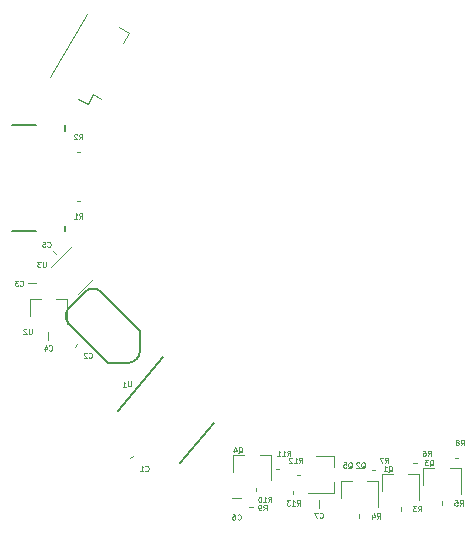
<source format=gbo>
G04 #@! TF.GenerationSoftware,KiCad,Pcbnew,5.1.5+dfsg1-2build2*
G04 #@! TF.CreationDate,2020-10-18T16:37:04+02:00*
G04 #@! TF.ProjectId,lensmount-v1.1,6c656e73-6d6f-4756-9e74-2d76312e312e,rev?*
G04 #@! TF.SameCoordinates,Original*
G04 #@! TF.FileFunction,Legend,Bot*
G04 #@! TF.FilePolarity,Positive*
%FSLAX46Y46*%
G04 Gerber Fmt 4.6, Leading zero omitted, Abs format (unit mm)*
G04 Created by KiCad (PCBNEW 5.1.5+dfsg1-2build2) date 2020-10-18 16:37:04*
%MOMM*%
%LPD*%
G04 APERTURE LIST*
%ADD10C,0.150000*%
%ADD11C,0.120000*%
%ADD12C,0.127000*%
%ADD13C,0.100000*%
G04 APERTURE END LIST*
D10*
X84367600Y-114709716D02*
X80526944Y-119286832D01*
X88673056Y-120313168D02*
X85812651Y-123722066D01*
D11*
X74795571Y-91042669D02*
X77910571Y-85647331D01*
X81490391Y-87286901D02*
X81015391Y-88109626D01*
X80667667Y-86811901D02*
X81490391Y-87286901D01*
X78480391Y-92500374D02*
X79077948Y-92845374D01*
X78005391Y-93323099D02*
X78480391Y-92500374D01*
X77182667Y-92848099D02*
X78005391Y-93323099D01*
X95400000Y-126350000D02*
X95400000Y-126050000D01*
X96000000Y-124750000D02*
X95700000Y-124750000D01*
X93900000Y-124250000D02*
X94200000Y-124250000D01*
X92250000Y-125800000D02*
X92250000Y-126100000D01*
X98810000Y-123120000D02*
X97350000Y-123120000D01*
X98810000Y-126280000D02*
X96650000Y-126280000D01*
X98810000Y-126280000D02*
X98810000Y-125350000D01*
X98810000Y-123120000D02*
X98810000Y-124050000D01*
X90320000Y-122990000D02*
X90320000Y-124450000D01*
X93480000Y-122990000D02*
X93480000Y-125150000D01*
X93480000Y-122990000D02*
X92550000Y-122990000D01*
X90320000Y-122990000D02*
X91250000Y-122990000D01*
X74925162Y-107097954D02*
X76657574Y-105365543D01*
X78474838Y-108102046D02*
X77202046Y-109374838D01*
X73066447Y-109810711D02*
X73066447Y-111270711D01*
X76226447Y-109810711D02*
X76226447Y-111970711D01*
X76226447Y-109810711D02*
X75296447Y-109810711D01*
X73066447Y-109810711D02*
X73996447Y-109810711D01*
X91950000Y-127450000D02*
X91650000Y-127450000D01*
X109050000Y-123300000D02*
X109350000Y-123300000D01*
X102050000Y-124300000D02*
X102350000Y-124300000D01*
X105550000Y-123700000D02*
X105850000Y-123700000D01*
X108000000Y-127250000D02*
X108000000Y-126950000D01*
X101000000Y-128350000D02*
X101000000Y-128050000D01*
X104500000Y-127750000D02*
X104500000Y-127450000D01*
X77350000Y-97400000D02*
X77050000Y-97400000D01*
X77050000Y-101500000D02*
X77350000Y-101500000D01*
X106420000Y-124140000D02*
X106420000Y-125600000D01*
X109580000Y-124140000D02*
X109580000Y-126300000D01*
X109580000Y-124140000D02*
X108650000Y-124140000D01*
X106420000Y-124140000D02*
X107350000Y-124140000D01*
X99420000Y-125240000D02*
X99420000Y-126700000D01*
X102580000Y-125240000D02*
X102580000Y-127400000D01*
X102580000Y-125240000D02*
X101650000Y-125240000D01*
X99420000Y-125240000D02*
X100350000Y-125240000D01*
X102920000Y-124640000D02*
X102920000Y-126100000D01*
X106080000Y-124640000D02*
X106080000Y-126800000D01*
X106080000Y-124640000D02*
X105150000Y-124640000D01*
X102920000Y-124640000D02*
X103850000Y-124640000D01*
D12*
X77759048Y-109212009D02*
G75*
G02X79106086Y-109212009I673519J-673519D01*
G01*
X76412008Y-111906086D02*
G75*
G02X76412009Y-110559047I673520J673519D01*
G01*
X77759047Y-109212009D02*
X76412009Y-110559047D01*
X82419800Y-114196051D02*
G75*
G02X81396051Y-115219800I-1023749J0D01*
G01*
X82419800Y-114196051D02*
X82419800Y-112525724D01*
X81396051Y-115219800D02*
X79725724Y-115219800D01*
X79106086Y-109212009D02*
X82419800Y-112525724D01*
X76412009Y-111906086D02*
X79725724Y-115219800D01*
D11*
X97550000Y-127500000D02*
X97550000Y-126800000D01*
X90950000Y-126650000D02*
X90250000Y-126650000D01*
X75093934Y-105793934D02*
X75306066Y-106006066D01*
X74646447Y-112624874D02*
X74646447Y-113324874D01*
X73650000Y-108500000D02*
X72950000Y-108500000D01*
X76893934Y-113856066D02*
X77106066Y-113643934D01*
X81806066Y-123093934D02*
X81593934Y-123306066D01*
D10*
X76100000Y-95600000D02*
X76100000Y-95100000D01*
X76100000Y-104100000D02*
X76100000Y-103600000D01*
X73600000Y-104100000D02*
X71600000Y-104100000D01*
X71600000Y-95100000D02*
X73600000Y-95100000D01*
D13*
X81620074Y-116760640D02*
X81651824Y-117123539D01*
X81634212Y-117168101D01*
X81614733Y-117191316D01*
X81573906Y-117216398D01*
X81488518Y-117223868D01*
X81443956Y-117206257D01*
X81420742Y-117186777D01*
X81395660Y-117145951D01*
X81363910Y-116783051D01*
X80954842Y-117270559D02*
X81211007Y-117248147D01*
X81082925Y-117259353D02*
X81043705Y-116811066D01*
X81092001Y-116871371D01*
X81138431Y-116910330D01*
X81182992Y-116927942D01*
X95689285Y-127303571D02*
X95839285Y-127089285D01*
X95946428Y-127303571D02*
X95946428Y-126853571D01*
X95775000Y-126853571D01*
X95732142Y-126875000D01*
X95710714Y-126896428D01*
X95689285Y-126939285D01*
X95689285Y-127003571D01*
X95710714Y-127046428D01*
X95732142Y-127067857D01*
X95775000Y-127089285D01*
X95946428Y-127089285D01*
X95260714Y-127303571D02*
X95517857Y-127303571D01*
X95389285Y-127303571D02*
X95389285Y-126853571D01*
X95432142Y-126917857D01*
X95475000Y-126960714D01*
X95517857Y-126982142D01*
X95110714Y-126853571D02*
X94832142Y-126853571D01*
X94982142Y-127025000D01*
X94917857Y-127025000D01*
X94875000Y-127046428D01*
X94853571Y-127067857D01*
X94832142Y-127110714D01*
X94832142Y-127217857D01*
X94853571Y-127260714D01*
X94875000Y-127282142D01*
X94917857Y-127303571D01*
X95046428Y-127303571D01*
X95089285Y-127282142D01*
X95110714Y-127260714D01*
X95889285Y-123703571D02*
X96039285Y-123489285D01*
X96146428Y-123703571D02*
X96146428Y-123253571D01*
X95975000Y-123253571D01*
X95932142Y-123275000D01*
X95910714Y-123296428D01*
X95889285Y-123339285D01*
X95889285Y-123403571D01*
X95910714Y-123446428D01*
X95932142Y-123467857D01*
X95975000Y-123489285D01*
X96146428Y-123489285D01*
X95460714Y-123703571D02*
X95717857Y-123703571D01*
X95589285Y-123703571D02*
X95589285Y-123253571D01*
X95632142Y-123317857D01*
X95675000Y-123360714D01*
X95717857Y-123382142D01*
X95289285Y-123296428D02*
X95267857Y-123275000D01*
X95225000Y-123253571D01*
X95117857Y-123253571D01*
X95075000Y-123275000D01*
X95053571Y-123296428D01*
X95032142Y-123339285D01*
X95032142Y-123382142D01*
X95053571Y-123446428D01*
X95310714Y-123703571D01*
X95032142Y-123703571D01*
X94889285Y-123103571D02*
X95039285Y-122889285D01*
X95146428Y-123103571D02*
X95146428Y-122653571D01*
X94975000Y-122653571D01*
X94932142Y-122675000D01*
X94910714Y-122696428D01*
X94889285Y-122739285D01*
X94889285Y-122803571D01*
X94910714Y-122846428D01*
X94932142Y-122867857D01*
X94975000Y-122889285D01*
X95146428Y-122889285D01*
X94460714Y-123103571D02*
X94717857Y-123103571D01*
X94589285Y-123103571D02*
X94589285Y-122653571D01*
X94632142Y-122717857D01*
X94675000Y-122760714D01*
X94717857Y-122782142D01*
X94032142Y-123103571D02*
X94289285Y-123103571D01*
X94160714Y-123103571D02*
X94160714Y-122653571D01*
X94203571Y-122717857D01*
X94246428Y-122760714D01*
X94289285Y-122782142D01*
X93289285Y-127003571D02*
X93439285Y-126789285D01*
X93546428Y-127003571D02*
X93546428Y-126553571D01*
X93375000Y-126553571D01*
X93332142Y-126575000D01*
X93310714Y-126596428D01*
X93289285Y-126639285D01*
X93289285Y-126703571D01*
X93310714Y-126746428D01*
X93332142Y-126767857D01*
X93375000Y-126789285D01*
X93546428Y-126789285D01*
X92860714Y-127003571D02*
X93117857Y-127003571D01*
X92989285Y-127003571D02*
X92989285Y-126553571D01*
X93032142Y-126617857D01*
X93075000Y-126660714D01*
X93117857Y-126682142D01*
X92582142Y-126553571D02*
X92539285Y-126553571D01*
X92496428Y-126575000D01*
X92475000Y-126596428D01*
X92453571Y-126639285D01*
X92432142Y-126725000D01*
X92432142Y-126832142D01*
X92453571Y-126917857D01*
X92475000Y-126960714D01*
X92496428Y-126982142D01*
X92539285Y-127003571D01*
X92582142Y-127003571D01*
X92625000Y-126982142D01*
X92646428Y-126960714D01*
X92667857Y-126917857D01*
X92689285Y-126832142D01*
X92689285Y-126725000D01*
X92667857Y-126639285D01*
X92646428Y-126596428D01*
X92625000Y-126575000D01*
X92582142Y-126553571D01*
X100042857Y-124146428D02*
X100085714Y-124125000D01*
X100128571Y-124082142D01*
X100192857Y-124017857D01*
X100235714Y-123996428D01*
X100278571Y-123996428D01*
X100257142Y-124103571D02*
X100300000Y-124082142D01*
X100342857Y-124039285D01*
X100364285Y-123953571D01*
X100364285Y-123803571D01*
X100342857Y-123717857D01*
X100300000Y-123675000D01*
X100257142Y-123653571D01*
X100171428Y-123653571D01*
X100128571Y-123675000D01*
X100085714Y-123717857D01*
X100064285Y-123803571D01*
X100064285Y-123953571D01*
X100085714Y-124039285D01*
X100128571Y-124082142D01*
X100171428Y-124103571D01*
X100257142Y-124103571D01*
X99657142Y-123653571D02*
X99871428Y-123653571D01*
X99892857Y-123867857D01*
X99871428Y-123846428D01*
X99828571Y-123825000D01*
X99721428Y-123825000D01*
X99678571Y-123846428D01*
X99657142Y-123867857D01*
X99635714Y-123910714D01*
X99635714Y-124017857D01*
X99657142Y-124060714D01*
X99678571Y-124082142D01*
X99721428Y-124103571D01*
X99828571Y-124103571D01*
X99871428Y-124082142D01*
X99892857Y-124060714D01*
X90742857Y-122846428D02*
X90785714Y-122825000D01*
X90828571Y-122782142D01*
X90892857Y-122717857D01*
X90935714Y-122696428D01*
X90978571Y-122696428D01*
X90957142Y-122803571D02*
X91000000Y-122782142D01*
X91042857Y-122739285D01*
X91064285Y-122653571D01*
X91064285Y-122503571D01*
X91042857Y-122417857D01*
X91000000Y-122375000D01*
X90957142Y-122353571D01*
X90871428Y-122353571D01*
X90828571Y-122375000D01*
X90785714Y-122417857D01*
X90764285Y-122503571D01*
X90764285Y-122653571D01*
X90785714Y-122739285D01*
X90828571Y-122782142D01*
X90871428Y-122803571D01*
X90957142Y-122803571D01*
X90378571Y-122503571D02*
X90378571Y-122803571D01*
X90485714Y-122332142D02*
X90592857Y-122653571D01*
X90314285Y-122653571D01*
X74442857Y-106653571D02*
X74442857Y-107017857D01*
X74421428Y-107060714D01*
X74400000Y-107082142D01*
X74357142Y-107103571D01*
X74271428Y-107103571D01*
X74228571Y-107082142D01*
X74207142Y-107060714D01*
X74185714Y-107017857D01*
X74185714Y-106653571D01*
X74014285Y-106653571D02*
X73735714Y-106653571D01*
X73885714Y-106825000D01*
X73821428Y-106825000D01*
X73778571Y-106846428D01*
X73757142Y-106867857D01*
X73735714Y-106910714D01*
X73735714Y-107017857D01*
X73757142Y-107060714D01*
X73778571Y-107082142D01*
X73821428Y-107103571D01*
X73950000Y-107103571D01*
X73992857Y-107082142D01*
X74014285Y-107060714D01*
X73242857Y-112353571D02*
X73242857Y-112717857D01*
X73221428Y-112760714D01*
X73200000Y-112782142D01*
X73157142Y-112803571D01*
X73071428Y-112803571D01*
X73028571Y-112782142D01*
X73007142Y-112760714D01*
X72985714Y-112717857D01*
X72985714Y-112353571D01*
X72792857Y-112396428D02*
X72771428Y-112375000D01*
X72728571Y-112353571D01*
X72621428Y-112353571D01*
X72578571Y-112375000D01*
X72557142Y-112396428D01*
X72535714Y-112439285D01*
X72535714Y-112482142D01*
X72557142Y-112546428D01*
X72814285Y-112803571D01*
X72535714Y-112803571D01*
X92875000Y-127703571D02*
X93025000Y-127489285D01*
X93132142Y-127703571D02*
X93132142Y-127253571D01*
X92960714Y-127253571D01*
X92917857Y-127275000D01*
X92896428Y-127296428D01*
X92875000Y-127339285D01*
X92875000Y-127403571D01*
X92896428Y-127446428D01*
X92917857Y-127467857D01*
X92960714Y-127489285D01*
X93132142Y-127489285D01*
X92660714Y-127703571D02*
X92575000Y-127703571D01*
X92532142Y-127682142D01*
X92510714Y-127660714D01*
X92467857Y-127596428D01*
X92446428Y-127510714D01*
X92446428Y-127339285D01*
X92467857Y-127296428D01*
X92489285Y-127275000D01*
X92532142Y-127253571D01*
X92617857Y-127253571D01*
X92660714Y-127275000D01*
X92682142Y-127296428D01*
X92703571Y-127339285D01*
X92703571Y-127446428D01*
X92682142Y-127489285D01*
X92660714Y-127510714D01*
X92617857Y-127532142D01*
X92532142Y-127532142D01*
X92489285Y-127510714D01*
X92467857Y-127489285D01*
X92446428Y-127446428D01*
X109575000Y-122203571D02*
X109725000Y-121989285D01*
X109832142Y-122203571D02*
X109832142Y-121753571D01*
X109660714Y-121753571D01*
X109617857Y-121775000D01*
X109596428Y-121796428D01*
X109575000Y-121839285D01*
X109575000Y-121903571D01*
X109596428Y-121946428D01*
X109617857Y-121967857D01*
X109660714Y-121989285D01*
X109832142Y-121989285D01*
X109317857Y-121946428D02*
X109360714Y-121925000D01*
X109382142Y-121903571D01*
X109403571Y-121860714D01*
X109403571Y-121839285D01*
X109382142Y-121796428D01*
X109360714Y-121775000D01*
X109317857Y-121753571D01*
X109232142Y-121753571D01*
X109189285Y-121775000D01*
X109167857Y-121796428D01*
X109146428Y-121839285D01*
X109146428Y-121860714D01*
X109167857Y-121903571D01*
X109189285Y-121925000D01*
X109232142Y-121946428D01*
X109317857Y-121946428D01*
X109360714Y-121967857D01*
X109382142Y-121989285D01*
X109403571Y-122032142D01*
X109403571Y-122117857D01*
X109382142Y-122160714D01*
X109360714Y-122182142D01*
X109317857Y-122203571D01*
X109232142Y-122203571D01*
X109189285Y-122182142D01*
X109167857Y-122160714D01*
X109146428Y-122117857D01*
X109146428Y-122032142D01*
X109167857Y-121989285D01*
X109189285Y-121967857D01*
X109232142Y-121946428D01*
X103175000Y-123703571D02*
X103325000Y-123489285D01*
X103432142Y-123703571D02*
X103432142Y-123253571D01*
X103260714Y-123253571D01*
X103217857Y-123275000D01*
X103196428Y-123296428D01*
X103175000Y-123339285D01*
X103175000Y-123403571D01*
X103196428Y-123446428D01*
X103217857Y-123467857D01*
X103260714Y-123489285D01*
X103432142Y-123489285D01*
X103025000Y-123253571D02*
X102725000Y-123253571D01*
X102917857Y-123703571D01*
X106775000Y-123103571D02*
X106925000Y-122889285D01*
X107032142Y-123103571D02*
X107032142Y-122653571D01*
X106860714Y-122653571D01*
X106817857Y-122675000D01*
X106796428Y-122696428D01*
X106775000Y-122739285D01*
X106775000Y-122803571D01*
X106796428Y-122846428D01*
X106817857Y-122867857D01*
X106860714Y-122889285D01*
X107032142Y-122889285D01*
X106389285Y-122653571D02*
X106475000Y-122653571D01*
X106517857Y-122675000D01*
X106539285Y-122696428D01*
X106582142Y-122760714D01*
X106603571Y-122846428D01*
X106603571Y-123017857D01*
X106582142Y-123060714D01*
X106560714Y-123082142D01*
X106517857Y-123103571D01*
X106432142Y-123103571D01*
X106389285Y-123082142D01*
X106367857Y-123060714D01*
X106346428Y-123017857D01*
X106346428Y-122910714D01*
X106367857Y-122867857D01*
X106389285Y-122846428D01*
X106432142Y-122825000D01*
X106517857Y-122825000D01*
X106560714Y-122846428D01*
X106582142Y-122867857D01*
X106603571Y-122910714D01*
X109475000Y-127303571D02*
X109625000Y-127089285D01*
X109732142Y-127303571D02*
X109732142Y-126853571D01*
X109560714Y-126853571D01*
X109517857Y-126875000D01*
X109496428Y-126896428D01*
X109475000Y-126939285D01*
X109475000Y-127003571D01*
X109496428Y-127046428D01*
X109517857Y-127067857D01*
X109560714Y-127089285D01*
X109732142Y-127089285D01*
X109067857Y-126853571D02*
X109282142Y-126853571D01*
X109303571Y-127067857D01*
X109282142Y-127046428D01*
X109239285Y-127025000D01*
X109132142Y-127025000D01*
X109089285Y-127046428D01*
X109067857Y-127067857D01*
X109046428Y-127110714D01*
X109046428Y-127217857D01*
X109067857Y-127260714D01*
X109089285Y-127282142D01*
X109132142Y-127303571D01*
X109239285Y-127303571D01*
X109282142Y-127282142D01*
X109303571Y-127260714D01*
X102475000Y-128403571D02*
X102625000Y-128189285D01*
X102732142Y-128403571D02*
X102732142Y-127953571D01*
X102560714Y-127953571D01*
X102517857Y-127975000D01*
X102496428Y-127996428D01*
X102475000Y-128039285D01*
X102475000Y-128103571D01*
X102496428Y-128146428D01*
X102517857Y-128167857D01*
X102560714Y-128189285D01*
X102732142Y-128189285D01*
X102089285Y-128103571D02*
X102089285Y-128403571D01*
X102196428Y-127932142D02*
X102303571Y-128253571D01*
X102025000Y-128253571D01*
X105975000Y-127803571D02*
X106125000Y-127589285D01*
X106232142Y-127803571D02*
X106232142Y-127353571D01*
X106060714Y-127353571D01*
X106017857Y-127375000D01*
X105996428Y-127396428D01*
X105975000Y-127439285D01*
X105975000Y-127503571D01*
X105996428Y-127546428D01*
X106017857Y-127567857D01*
X106060714Y-127589285D01*
X106232142Y-127589285D01*
X105825000Y-127353571D02*
X105546428Y-127353571D01*
X105696428Y-127525000D01*
X105632142Y-127525000D01*
X105589285Y-127546428D01*
X105567857Y-127567857D01*
X105546428Y-127610714D01*
X105546428Y-127717857D01*
X105567857Y-127760714D01*
X105589285Y-127782142D01*
X105632142Y-127803571D01*
X105760714Y-127803571D01*
X105803571Y-127782142D01*
X105825000Y-127760714D01*
X77275000Y-96303571D02*
X77425000Y-96089285D01*
X77532142Y-96303571D02*
X77532142Y-95853571D01*
X77360714Y-95853571D01*
X77317857Y-95875000D01*
X77296428Y-95896428D01*
X77275000Y-95939285D01*
X77275000Y-96003571D01*
X77296428Y-96046428D01*
X77317857Y-96067857D01*
X77360714Y-96089285D01*
X77532142Y-96089285D01*
X77103571Y-95896428D02*
X77082142Y-95875000D01*
X77039285Y-95853571D01*
X76932142Y-95853571D01*
X76889285Y-95875000D01*
X76867857Y-95896428D01*
X76846428Y-95939285D01*
X76846428Y-95982142D01*
X76867857Y-96046428D01*
X77125000Y-96303571D01*
X76846428Y-96303571D01*
X77275000Y-103003571D02*
X77425000Y-102789285D01*
X77532142Y-103003571D02*
X77532142Y-102553571D01*
X77360714Y-102553571D01*
X77317857Y-102575000D01*
X77296428Y-102596428D01*
X77275000Y-102639285D01*
X77275000Y-102703571D01*
X77296428Y-102746428D01*
X77317857Y-102767857D01*
X77360714Y-102789285D01*
X77532142Y-102789285D01*
X76846428Y-103003571D02*
X77103571Y-103003571D01*
X76975000Y-103003571D02*
X76975000Y-102553571D01*
X77017857Y-102617857D01*
X77060714Y-102660714D01*
X77103571Y-102682142D01*
X106942857Y-123946428D02*
X106985714Y-123925000D01*
X107028571Y-123882142D01*
X107092857Y-123817857D01*
X107135714Y-123796428D01*
X107178571Y-123796428D01*
X107157142Y-123903571D02*
X107200000Y-123882142D01*
X107242857Y-123839285D01*
X107264285Y-123753571D01*
X107264285Y-123603571D01*
X107242857Y-123517857D01*
X107200000Y-123475000D01*
X107157142Y-123453571D01*
X107071428Y-123453571D01*
X107028571Y-123475000D01*
X106985714Y-123517857D01*
X106964285Y-123603571D01*
X106964285Y-123753571D01*
X106985714Y-123839285D01*
X107028571Y-123882142D01*
X107071428Y-123903571D01*
X107157142Y-123903571D01*
X106814285Y-123453571D02*
X106535714Y-123453571D01*
X106685714Y-123625000D01*
X106621428Y-123625000D01*
X106578571Y-123646428D01*
X106557142Y-123667857D01*
X106535714Y-123710714D01*
X106535714Y-123817857D01*
X106557142Y-123860714D01*
X106578571Y-123882142D01*
X106621428Y-123903571D01*
X106750000Y-123903571D01*
X106792857Y-123882142D01*
X106814285Y-123860714D01*
X101142857Y-124146428D02*
X101185714Y-124125000D01*
X101228571Y-124082142D01*
X101292857Y-124017857D01*
X101335714Y-123996428D01*
X101378571Y-123996428D01*
X101357142Y-124103571D02*
X101400000Y-124082142D01*
X101442857Y-124039285D01*
X101464285Y-123953571D01*
X101464285Y-123803571D01*
X101442857Y-123717857D01*
X101400000Y-123675000D01*
X101357142Y-123653571D01*
X101271428Y-123653571D01*
X101228571Y-123675000D01*
X101185714Y-123717857D01*
X101164285Y-123803571D01*
X101164285Y-123953571D01*
X101185714Y-124039285D01*
X101228571Y-124082142D01*
X101271428Y-124103571D01*
X101357142Y-124103571D01*
X100992857Y-123696428D02*
X100971428Y-123675000D01*
X100928571Y-123653571D01*
X100821428Y-123653571D01*
X100778571Y-123675000D01*
X100757142Y-123696428D01*
X100735714Y-123739285D01*
X100735714Y-123782142D01*
X100757142Y-123846428D01*
X101014285Y-124103571D01*
X100735714Y-124103571D01*
X103442857Y-124446428D02*
X103485714Y-124425000D01*
X103528571Y-124382142D01*
X103592857Y-124317857D01*
X103635714Y-124296428D01*
X103678571Y-124296428D01*
X103657142Y-124403571D02*
X103700000Y-124382142D01*
X103742857Y-124339285D01*
X103764285Y-124253571D01*
X103764285Y-124103571D01*
X103742857Y-124017857D01*
X103700000Y-123975000D01*
X103657142Y-123953571D01*
X103571428Y-123953571D01*
X103528571Y-123975000D01*
X103485714Y-124017857D01*
X103464285Y-124103571D01*
X103464285Y-124253571D01*
X103485714Y-124339285D01*
X103528571Y-124382142D01*
X103571428Y-124403571D01*
X103657142Y-124403571D01*
X103035714Y-124403571D02*
X103292857Y-124403571D01*
X103164285Y-124403571D02*
X103164285Y-123953571D01*
X103207142Y-124017857D01*
X103250000Y-124060714D01*
X103292857Y-124082142D01*
X97625000Y-128310714D02*
X97646428Y-128332142D01*
X97710714Y-128353571D01*
X97753571Y-128353571D01*
X97817857Y-128332142D01*
X97860714Y-128289285D01*
X97882142Y-128246428D01*
X97903571Y-128160714D01*
X97903571Y-128096428D01*
X97882142Y-128010714D01*
X97860714Y-127967857D01*
X97817857Y-127925000D01*
X97753571Y-127903571D01*
X97710714Y-127903571D01*
X97646428Y-127925000D01*
X97625000Y-127946428D01*
X97475000Y-127903571D02*
X97175000Y-127903571D01*
X97367857Y-128353571D01*
X90675000Y-128460714D02*
X90696428Y-128482142D01*
X90760714Y-128503571D01*
X90803571Y-128503571D01*
X90867857Y-128482142D01*
X90910714Y-128439285D01*
X90932142Y-128396428D01*
X90953571Y-128310714D01*
X90953571Y-128246428D01*
X90932142Y-128160714D01*
X90910714Y-128117857D01*
X90867857Y-128075000D01*
X90803571Y-128053571D01*
X90760714Y-128053571D01*
X90696428Y-128075000D01*
X90675000Y-128096428D01*
X90289285Y-128053571D02*
X90375000Y-128053571D01*
X90417857Y-128075000D01*
X90439285Y-128096428D01*
X90482142Y-128160714D01*
X90503571Y-128246428D01*
X90503571Y-128417857D01*
X90482142Y-128460714D01*
X90460714Y-128482142D01*
X90417857Y-128503571D01*
X90332142Y-128503571D01*
X90289285Y-128482142D01*
X90267857Y-128460714D01*
X90246428Y-128417857D01*
X90246428Y-128310714D01*
X90267857Y-128267857D01*
X90289285Y-128246428D01*
X90332142Y-128225000D01*
X90417857Y-128225000D01*
X90460714Y-128246428D01*
X90482142Y-128267857D01*
X90503571Y-128310714D01*
X74575000Y-105360714D02*
X74596428Y-105382142D01*
X74660714Y-105403571D01*
X74703571Y-105403571D01*
X74767857Y-105382142D01*
X74810714Y-105339285D01*
X74832142Y-105296428D01*
X74853571Y-105210714D01*
X74853571Y-105146428D01*
X74832142Y-105060714D01*
X74810714Y-105017857D01*
X74767857Y-104975000D01*
X74703571Y-104953571D01*
X74660714Y-104953571D01*
X74596428Y-104975000D01*
X74575000Y-104996428D01*
X74167857Y-104953571D02*
X74382142Y-104953571D01*
X74403571Y-105167857D01*
X74382142Y-105146428D01*
X74339285Y-105125000D01*
X74232142Y-105125000D01*
X74189285Y-105146428D01*
X74167857Y-105167857D01*
X74146428Y-105210714D01*
X74146428Y-105317857D01*
X74167857Y-105360714D01*
X74189285Y-105382142D01*
X74232142Y-105403571D01*
X74339285Y-105403571D01*
X74382142Y-105382142D01*
X74403571Y-105360714D01*
X74721447Y-114135588D02*
X74742875Y-114157016D01*
X74807161Y-114178445D01*
X74850018Y-114178445D01*
X74914304Y-114157016D01*
X74957161Y-114114159D01*
X74978589Y-114071302D01*
X75000018Y-113985588D01*
X75000018Y-113921302D01*
X74978589Y-113835588D01*
X74957161Y-113792731D01*
X74914304Y-113749874D01*
X74850018Y-113728445D01*
X74807161Y-113728445D01*
X74742875Y-113749874D01*
X74721447Y-113771302D01*
X74335732Y-113878445D02*
X74335732Y-114178445D01*
X74442875Y-113707016D02*
X74550018Y-114028445D01*
X74271447Y-114028445D01*
X72275000Y-108660714D02*
X72296428Y-108682142D01*
X72360714Y-108703571D01*
X72403571Y-108703571D01*
X72467857Y-108682142D01*
X72510714Y-108639285D01*
X72532142Y-108596428D01*
X72553571Y-108510714D01*
X72553571Y-108446428D01*
X72532142Y-108360714D01*
X72510714Y-108317857D01*
X72467857Y-108275000D01*
X72403571Y-108253571D01*
X72360714Y-108253571D01*
X72296428Y-108275000D01*
X72275000Y-108296428D01*
X72125000Y-108253571D02*
X71846428Y-108253571D01*
X71996428Y-108425000D01*
X71932142Y-108425000D01*
X71889285Y-108446428D01*
X71867857Y-108467857D01*
X71846428Y-108510714D01*
X71846428Y-108617857D01*
X71867857Y-108660714D01*
X71889285Y-108682142D01*
X71932142Y-108703571D01*
X72060714Y-108703571D01*
X72103571Y-108682142D01*
X72125000Y-108660714D01*
X78075000Y-114760714D02*
X78096428Y-114782142D01*
X78160714Y-114803571D01*
X78203571Y-114803571D01*
X78267857Y-114782142D01*
X78310714Y-114739285D01*
X78332142Y-114696428D01*
X78353571Y-114610714D01*
X78353571Y-114546428D01*
X78332142Y-114460714D01*
X78310714Y-114417857D01*
X78267857Y-114375000D01*
X78203571Y-114353571D01*
X78160714Y-114353571D01*
X78096428Y-114375000D01*
X78075000Y-114396428D01*
X77903571Y-114396428D02*
X77882142Y-114375000D01*
X77839285Y-114353571D01*
X77732142Y-114353571D01*
X77689285Y-114375000D01*
X77667857Y-114396428D01*
X77646428Y-114439285D01*
X77646428Y-114482142D01*
X77667857Y-114546428D01*
X77925000Y-114803571D01*
X77646428Y-114803571D01*
X82875000Y-124360714D02*
X82896428Y-124382142D01*
X82960714Y-124403571D01*
X83003571Y-124403571D01*
X83067857Y-124382142D01*
X83110714Y-124339285D01*
X83132142Y-124296428D01*
X83153571Y-124210714D01*
X83153571Y-124146428D01*
X83132142Y-124060714D01*
X83110714Y-124017857D01*
X83067857Y-123975000D01*
X83003571Y-123953571D01*
X82960714Y-123953571D01*
X82896428Y-123975000D01*
X82875000Y-123996428D01*
X82446428Y-124403571D02*
X82703571Y-124403571D01*
X82575000Y-124403571D02*
X82575000Y-123953571D01*
X82617857Y-124017857D01*
X82660714Y-124060714D01*
X82703571Y-124082142D01*
M02*

</source>
